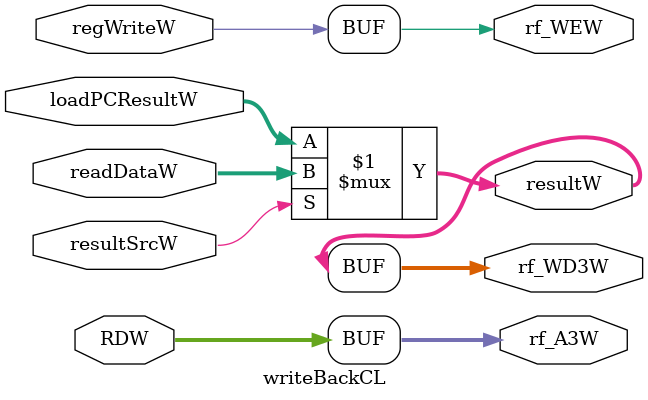
<source format=sv>
module writeBackCL (
    input logic regWriteW,
    input logic resultSrcW,
    input logic[31:0] loadPCResultW,
    input logic[31:0] readDataW,
    input logic[4:0] RDW,

    output logic[31:0] resultW,

    // Instruction memory interface
    output logic[4:0] rf_A3W,
    output logic[31:0] rf_WD3W,
    output logic rf_WEW
);

assign resultW = resultSrcW ? readDataW : loadPCResultW;
assign rf_WD3W = resultW;
assign rf_WEW = regWriteW;
assign rf_A3W = RDW;

endmodule

</source>
